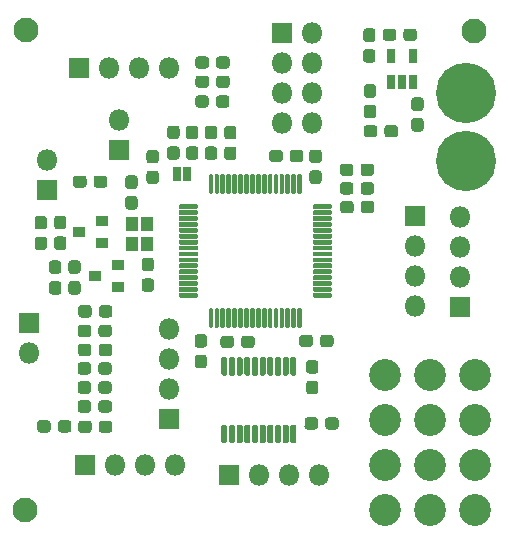
<source format=gts>
%TF.GenerationSoftware,KiCad,Pcbnew,(5.1.6-0-10_14)*%
%TF.CreationDate,2022-05-06T10:42:22-05:00*%
%TF.ProjectId,small_led_driver,736d616c-6c5f-46c6-9564-5f6472697665,rev?*%
%TF.SameCoordinates,Original*%
%TF.FileFunction,Soldermask,Top*%
%TF.FilePolarity,Negative*%
%FSLAX46Y46*%
G04 Gerber Fmt 4.6, Leading zero omitted, Abs format (unit mm)*
G04 Created by KiCad (PCBNEW (5.1.6-0-10_14)) date 2022-05-06 10:42:22*
%MOMM*%
%LPD*%
G01*
G04 APERTURE LIST*
%ADD10R,1.800000X1.800000*%
%ADD11O,1.800000X1.800000*%
%ADD12C,2.700000*%
%ADD13C,5.100000*%
%ADD14R,1.000000X0.900000*%
%ADD15R,0.750000X1.160000*%
%ADD16R,0.675000X1.240000*%
%ADD17R,1.100000X1.300000*%
%ADD18C,2.100000*%
G04 APERTURE END LIST*
%TO.C,C1*%
G36*
G01*
X95267500Y-101025000D02*
X95792500Y-101025000D01*
G75*
G02*
X96055000Y-101287500I0J-262500D01*
G01*
X96055000Y-101912500D01*
G75*
G02*
X95792500Y-102175000I-262500J0D01*
G01*
X95267500Y-102175000D01*
G75*
G02*
X95005000Y-101912500I0J262500D01*
G01*
X95005000Y-101287500D01*
G75*
G02*
X95267500Y-101025000I262500J0D01*
G01*
G37*
G36*
G01*
X95267500Y-99275000D02*
X95792500Y-99275000D01*
G75*
G02*
X96055000Y-99537500I0J-262500D01*
G01*
X96055000Y-100162500D01*
G75*
G02*
X95792500Y-100425000I-262500J0D01*
G01*
X95267500Y-100425000D01*
G75*
G02*
X95005000Y-100162500I0J262500D01*
G01*
X95005000Y-99537500D01*
G75*
G02*
X95267500Y-99275000I262500J0D01*
G01*
G37*
%TD*%
%TO.C,C2*%
G36*
G01*
X94402500Y-95200000D02*
X93877500Y-95200000D01*
G75*
G02*
X93615000Y-94937500I0J262500D01*
G01*
X93615000Y-94312500D01*
G75*
G02*
X93877500Y-94050000I262500J0D01*
G01*
X94402500Y-94050000D01*
G75*
G02*
X94665000Y-94312500I0J-262500D01*
G01*
X94665000Y-94937500D01*
G75*
G02*
X94402500Y-95200000I-262500J0D01*
G01*
G37*
G36*
G01*
X94402500Y-93450000D02*
X93877500Y-93450000D01*
G75*
G02*
X93615000Y-93187500I0J262500D01*
G01*
X93615000Y-92562500D01*
G75*
G02*
X93877500Y-92300000I262500J0D01*
G01*
X94402500Y-92300000D01*
G75*
G02*
X94665000Y-92562500I0J-262500D01*
G01*
X94665000Y-93187500D01*
G75*
G02*
X94402500Y-93450000I-262500J0D01*
G01*
G37*
%TD*%
%TO.C,C3*%
G36*
G01*
X97952500Y-90985000D02*
X97427500Y-90985000D01*
G75*
G02*
X97165000Y-90722500I0J262500D01*
G01*
X97165000Y-90097500D01*
G75*
G02*
X97427500Y-89835000I262500J0D01*
G01*
X97952500Y-89835000D01*
G75*
G02*
X98215000Y-90097500I0J-262500D01*
G01*
X98215000Y-90722500D01*
G75*
G02*
X97952500Y-90985000I-262500J0D01*
G01*
G37*
G36*
G01*
X97952500Y-89235000D02*
X97427500Y-89235000D01*
G75*
G02*
X97165000Y-88972500I0J262500D01*
G01*
X97165000Y-88347500D01*
G75*
G02*
X97427500Y-88085000I262500J0D01*
G01*
X97952500Y-88085000D01*
G75*
G02*
X98215000Y-88347500I0J-262500D01*
G01*
X98215000Y-88972500D01*
G75*
G02*
X97952500Y-89235000I-262500J0D01*
G01*
G37*
%TD*%
%TO.C,C4*%
G36*
G01*
X99542500Y-89245000D02*
X99017500Y-89245000D01*
G75*
G02*
X98755000Y-88982500I0J262500D01*
G01*
X98755000Y-88357500D01*
G75*
G02*
X99017500Y-88095000I262500J0D01*
G01*
X99542500Y-88095000D01*
G75*
G02*
X99805000Y-88357500I0J-262500D01*
G01*
X99805000Y-88982500D01*
G75*
G02*
X99542500Y-89245000I-262500J0D01*
G01*
G37*
G36*
G01*
X99542500Y-90995000D02*
X99017500Y-90995000D01*
G75*
G02*
X98755000Y-90732500I0J262500D01*
G01*
X98755000Y-90107500D01*
G75*
G02*
X99017500Y-89845000I262500J0D01*
G01*
X99542500Y-89845000D01*
G75*
G02*
X99805000Y-90107500I0J-262500D01*
G01*
X99805000Y-90732500D01*
G75*
G02*
X99542500Y-90995000I-262500J0D01*
G01*
G37*
%TD*%
%TO.C,C5*%
G36*
G01*
X109187500Y-107940000D02*
X109712500Y-107940000D01*
G75*
G02*
X109975000Y-108202500I0J-262500D01*
G01*
X109975000Y-108827500D01*
G75*
G02*
X109712500Y-109090000I-262500J0D01*
G01*
X109187500Y-109090000D01*
G75*
G02*
X108925000Y-108827500I0J262500D01*
G01*
X108925000Y-108202500D01*
G75*
G02*
X109187500Y-107940000I262500J0D01*
G01*
G37*
G36*
G01*
X109187500Y-109690000D02*
X109712500Y-109690000D01*
G75*
G02*
X109975000Y-109952500I0J-262500D01*
G01*
X109975000Y-110577500D01*
G75*
G02*
X109712500Y-110840000I-262500J0D01*
G01*
X109187500Y-110840000D01*
G75*
G02*
X108925000Y-110577500I0J262500D01*
G01*
X108925000Y-109952500D01*
G75*
G02*
X109187500Y-109690000I262500J0D01*
G01*
G37*
%TD*%
%TO.C,C6*%
G36*
G01*
X89190000Y-93102500D02*
X89190000Y-92577500D01*
G75*
G02*
X89452500Y-92315000I262500J0D01*
G01*
X90077500Y-92315000D01*
G75*
G02*
X90340000Y-92577500I0J-262500D01*
G01*
X90340000Y-93102500D01*
G75*
G02*
X90077500Y-93365000I-262500J0D01*
G01*
X89452500Y-93365000D01*
G75*
G02*
X89190000Y-93102500I0J262500D01*
G01*
G37*
G36*
G01*
X90940000Y-93102500D02*
X90940000Y-92577500D01*
G75*
G02*
X91202500Y-92315000I262500J0D01*
G01*
X91827500Y-92315000D01*
G75*
G02*
X92090000Y-92577500I0J-262500D01*
G01*
X92090000Y-93102500D01*
G75*
G02*
X91827500Y-93365000I-262500J0D01*
G01*
X91202500Y-93365000D01*
G75*
G02*
X90940000Y-93102500I0J262500D01*
G01*
G37*
%TD*%
%TO.C,C7*%
G36*
G01*
X110545000Y-113562500D02*
X110545000Y-113037500D01*
G75*
G02*
X110807500Y-112775000I262500J0D01*
G01*
X111432500Y-112775000D01*
G75*
G02*
X111695000Y-113037500I0J-262500D01*
G01*
X111695000Y-113562500D01*
G75*
G02*
X111432500Y-113825000I-262500J0D01*
G01*
X110807500Y-113825000D01*
G75*
G02*
X110545000Y-113562500I0J262500D01*
G01*
G37*
G36*
G01*
X108795000Y-113562500D02*
X108795000Y-113037500D01*
G75*
G02*
X109057500Y-112775000I262500J0D01*
G01*
X109682500Y-112775000D01*
G75*
G02*
X109945000Y-113037500I0J-262500D01*
G01*
X109945000Y-113562500D01*
G75*
G02*
X109682500Y-113825000I-262500J0D01*
G01*
X109057500Y-113825000D01*
G75*
G02*
X108795000Y-113562500I0J262500D01*
G01*
G37*
%TD*%
%TO.C,C8*%
G36*
G01*
X101142500Y-91005000D02*
X100617500Y-91005000D01*
G75*
G02*
X100355000Y-90742500I0J262500D01*
G01*
X100355000Y-90117500D01*
G75*
G02*
X100617500Y-89855000I262500J0D01*
G01*
X101142500Y-89855000D01*
G75*
G02*
X101405000Y-90117500I0J-262500D01*
G01*
X101405000Y-90742500D01*
G75*
G02*
X101142500Y-91005000I-262500J0D01*
G01*
G37*
G36*
G01*
X101142500Y-89255000D02*
X100617500Y-89255000D01*
G75*
G02*
X100355000Y-88992500I0J262500D01*
G01*
X100355000Y-88367500D01*
G75*
G02*
X100617500Y-88105000I262500J0D01*
G01*
X101142500Y-88105000D01*
G75*
G02*
X101405000Y-88367500I0J-262500D01*
G01*
X101405000Y-88992500D01*
G75*
G02*
X101142500Y-89255000I-262500J0D01*
G01*
G37*
%TD*%
%TO.C,C9*%
G36*
G01*
X103425000Y-106662500D02*
X103425000Y-106137500D01*
G75*
G02*
X103687500Y-105875000I262500J0D01*
G01*
X104312500Y-105875000D01*
G75*
G02*
X104575000Y-106137500I0J-262500D01*
G01*
X104575000Y-106662500D01*
G75*
G02*
X104312500Y-106925000I-262500J0D01*
G01*
X103687500Y-106925000D01*
G75*
G02*
X103425000Y-106662500I0J262500D01*
G01*
G37*
G36*
G01*
X101675000Y-106662500D02*
X101675000Y-106137500D01*
G75*
G02*
X101937500Y-105875000I262500J0D01*
G01*
X102562500Y-105875000D01*
G75*
G02*
X102825000Y-106137500I0J-262500D01*
G01*
X102825000Y-106662500D01*
G75*
G02*
X102562500Y-106925000I-262500J0D01*
G01*
X101937500Y-106925000D01*
G75*
G02*
X101675000Y-106662500I0J262500D01*
G01*
G37*
%TD*%
%TO.C,C10*%
G36*
G01*
X108355000Y-106582500D02*
X108355000Y-106057500D01*
G75*
G02*
X108617500Y-105795000I262500J0D01*
G01*
X109242500Y-105795000D01*
G75*
G02*
X109505000Y-106057500I0J-262500D01*
G01*
X109505000Y-106582500D01*
G75*
G02*
X109242500Y-106845000I-262500J0D01*
G01*
X108617500Y-106845000D01*
G75*
G02*
X108355000Y-106582500I0J262500D01*
G01*
G37*
G36*
G01*
X110105000Y-106582500D02*
X110105000Y-106057500D01*
G75*
G02*
X110367500Y-105795000I262500J0D01*
G01*
X110992500Y-105795000D01*
G75*
G02*
X111255000Y-106057500I0J-262500D01*
G01*
X111255000Y-106582500D01*
G75*
G02*
X110992500Y-106845000I-262500J0D01*
G01*
X110367500Y-106845000D01*
G75*
G02*
X110105000Y-106582500I0J262500D01*
G01*
G37*
%TD*%
%TO.C,C11*%
G36*
G01*
X99747500Y-107485000D02*
X100272500Y-107485000D01*
G75*
G02*
X100535000Y-107747500I0J-262500D01*
G01*
X100535000Y-108372500D01*
G75*
G02*
X100272500Y-108635000I-262500J0D01*
G01*
X99747500Y-108635000D01*
G75*
G02*
X99485000Y-108372500I0J262500D01*
G01*
X99485000Y-107747500D01*
G75*
G02*
X99747500Y-107485000I262500J0D01*
G01*
G37*
G36*
G01*
X99747500Y-105735000D02*
X100272500Y-105735000D01*
G75*
G02*
X100535000Y-105997500I0J-262500D01*
G01*
X100535000Y-106622500D01*
G75*
G02*
X100272500Y-106885000I-262500J0D01*
G01*
X99747500Y-106885000D01*
G75*
G02*
X99485000Y-106622500I0J262500D01*
G01*
X99485000Y-105997500D01*
G75*
G02*
X99747500Y-105735000I262500J0D01*
G01*
G37*
%TD*%
%TO.C,C12*%
G36*
G01*
X102772500Y-91010000D02*
X102247500Y-91010000D01*
G75*
G02*
X101985000Y-90747500I0J262500D01*
G01*
X101985000Y-90122500D01*
G75*
G02*
X102247500Y-89860000I262500J0D01*
G01*
X102772500Y-89860000D01*
G75*
G02*
X103035000Y-90122500I0J-262500D01*
G01*
X103035000Y-90747500D01*
G75*
G02*
X102772500Y-91010000I-262500J0D01*
G01*
G37*
G36*
G01*
X102772500Y-89260000D02*
X102247500Y-89260000D01*
G75*
G02*
X101985000Y-88997500I0J262500D01*
G01*
X101985000Y-88372500D01*
G75*
G02*
X102247500Y-88110000I262500J0D01*
G01*
X102772500Y-88110000D01*
G75*
G02*
X103035000Y-88372500I0J-262500D01*
G01*
X103035000Y-88997500D01*
G75*
G02*
X102772500Y-89260000I-262500J0D01*
G01*
G37*
%TD*%
%TO.C,C13*%
G36*
G01*
X117170000Y-80662500D02*
X117170000Y-80137500D01*
G75*
G02*
X117432500Y-79875000I262500J0D01*
G01*
X118057500Y-79875000D01*
G75*
G02*
X118320000Y-80137500I0J-262500D01*
G01*
X118320000Y-80662500D01*
G75*
G02*
X118057500Y-80925000I-262500J0D01*
G01*
X117432500Y-80925000D01*
G75*
G02*
X117170000Y-80662500I0J262500D01*
G01*
G37*
G36*
G01*
X115420000Y-80662500D02*
X115420000Y-80137500D01*
G75*
G02*
X115682500Y-79875000I262500J0D01*
G01*
X116307500Y-79875000D01*
G75*
G02*
X116570000Y-80137500I0J-262500D01*
G01*
X116570000Y-80662500D01*
G75*
G02*
X116307500Y-80925000I-262500J0D01*
G01*
X115682500Y-80925000D01*
G75*
G02*
X115420000Y-80662500I0J262500D01*
G01*
G37*
%TD*%
%TO.C,C14*%
G36*
G01*
X118087500Y-87445000D02*
X118612500Y-87445000D01*
G75*
G02*
X118875000Y-87707500I0J-262500D01*
G01*
X118875000Y-88332500D01*
G75*
G02*
X118612500Y-88595000I-262500J0D01*
G01*
X118087500Y-88595000D01*
G75*
G02*
X117825000Y-88332500I0J262500D01*
G01*
X117825000Y-87707500D01*
G75*
G02*
X118087500Y-87445000I262500J0D01*
G01*
G37*
G36*
G01*
X118087500Y-85695000D02*
X118612500Y-85695000D01*
G75*
G02*
X118875000Y-85957500I0J-262500D01*
G01*
X118875000Y-86582500D01*
G75*
G02*
X118612500Y-86845000I-262500J0D01*
G01*
X118087500Y-86845000D01*
G75*
G02*
X117825000Y-86582500I0J262500D01*
G01*
X117825000Y-85957500D01*
G75*
G02*
X118087500Y-85695000I262500J0D01*
G01*
G37*
%TD*%
%TO.C,C15*%
G36*
G01*
X114690000Y-93137500D02*
X114690000Y-93662500D01*
G75*
G02*
X114427500Y-93925000I-262500J0D01*
G01*
X113802500Y-93925000D01*
G75*
G02*
X113540000Y-93662500I0J262500D01*
G01*
X113540000Y-93137500D01*
G75*
G02*
X113802500Y-92875000I262500J0D01*
G01*
X114427500Y-92875000D01*
G75*
G02*
X114690000Y-93137500I0J-262500D01*
G01*
G37*
G36*
G01*
X112940000Y-93137500D02*
X112940000Y-93662500D01*
G75*
G02*
X112677500Y-93925000I-262500J0D01*
G01*
X112052500Y-93925000D01*
G75*
G02*
X111790000Y-93662500I0J262500D01*
G01*
X111790000Y-93137500D01*
G75*
G02*
X112052500Y-92875000I262500J0D01*
G01*
X112677500Y-92875000D01*
G75*
G02*
X112940000Y-93137500I0J-262500D01*
G01*
G37*
%TD*%
%TO.C,C16*%
G36*
G01*
X112940000Y-91567500D02*
X112940000Y-92092500D01*
G75*
G02*
X112677500Y-92355000I-262500J0D01*
G01*
X112052500Y-92355000D01*
G75*
G02*
X111790000Y-92092500I0J262500D01*
G01*
X111790000Y-91567500D01*
G75*
G02*
X112052500Y-91305000I262500J0D01*
G01*
X112677500Y-91305000D01*
G75*
G02*
X112940000Y-91567500I0J-262500D01*
G01*
G37*
G36*
G01*
X114690000Y-91567500D02*
X114690000Y-92092500D01*
G75*
G02*
X114427500Y-92355000I-262500J0D01*
G01*
X113802500Y-92355000D01*
G75*
G02*
X113540000Y-92092500I0J262500D01*
G01*
X113540000Y-91567500D01*
G75*
G02*
X113802500Y-91305000I262500J0D01*
G01*
X114427500Y-91305000D01*
G75*
G02*
X114690000Y-91567500I0J-262500D01*
G01*
G37*
%TD*%
%TO.C,C17*%
G36*
G01*
X114077500Y-84580000D02*
X114602500Y-84580000D01*
G75*
G02*
X114865000Y-84842500I0J-262500D01*
G01*
X114865000Y-85467500D01*
G75*
G02*
X114602500Y-85730000I-262500J0D01*
G01*
X114077500Y-85730000D01*
G75*
G02*
X113815000Y-85467500I0J262500D01*
G01*
X113815000Y-84842500D01*
G75*
G02*
X114077500Y-84580000I262500J0D01*
G01*
G37*
G36*
G01*
X114077500Y-86330000D02*
X114602500Y-86330000D01*
G75*
G02*
X114865000Y-86592500I0J-262500D01*
G01*
X114865000Y-87217500D01*
G75*
G02*
X114602500Y-87480000I-262500J0D01*
G01*
X114077500Y-87480000D01*
G75*
G02*
X113815000Y-87217500I0J262500D01*
G01*
X113815000Y-86592500D01*
G75*
G02*
X114077500Y-86330000I262500J0D01*
G01*
G37*
%TD*%
D10*
%TO.C,J1*%
X118110000Y-95770000D03*
D11*
X118110000Y-98310000D03*
X118110000Y-100850000D03*
X118110000Y-103390000D03*
%TD*%
%TO.C,J2*%
X121970000Y-95810000D03*
X121970000Y-98350000D03*
X121970000Y-100890000D03*
D10*
X121970000Y-103430000D03*
%TD*%
D11*
%TO.C,J3*%
X97309280Y-105287704D03*
X97309280Y-107827704D03*
X97309280Y-110367704D03*
D10*
X97309280Y-112907704D03*
%TD*%
D11*
%TO.C,J4*%
X97340000Y-83240000D03*
X94800000Y-83240000D03*
X92260000Y-83240000D03*
D10*
X89720000Y-83240000D03*
%TD*%
D12*
%TO.C,J5*%
X123190000Y-113030000D03*
%TD*%
%TO.C,J6*%
X123190000Y-109220000D03*
%TD*%
%TO.C,J7*%
X123190000Y-116840000D03*
%TD*%
%TO.C,J8*%
X123190000Y-120650000D03*
%TD*%
%TO.C,J9*%
X119380000Y-113030000D03*
%TD*%
%TO.C,J10*%
X119380000Y-109220000D03*
%TD*%
%TO.C,J11*%
X119380000Y-120650000D03*
%TD*%
%TO.C,J12*%
X119380000Y-116840000D03*
%TD*%
D10*
%TO.C,J13*%
X90170000Y-116840000D03*
D11*
X92710000Y-116840000D03*
X95250000Y-116840000D03*
X97790000Y-116840000D03*
%TD*%
D10*
%TO.C,J15*%
X102382351Y-117684631D03*
D11*
X104922351Y-117684631D03*
X107462351Y-117684631D03*
X110002351Y-117684631D03*
%TD*%
D13*
%TO.C,J20*%
X122490000Y-85310000D03*
%TD*%
%TO.C,J21*%
X122510000Y-91070000D03*
%TD*%
D14*
%TO.C,Q1*%
X89690000Y-97100000D03*
X91690000Y-96150000D03*
X91690000Y-98050000D03*
%TD*%
%TO.C,Q2*%
X93030000Y-101750000D03*
X93030000Y-99850000D03*
X91030000Y-100800000D03*
%TD*%
%TO.C,R1*%
G36*
G01*
X107550000Y-90922500D02*
X107550000Y-90397500D01*
G75*
G02*
X107812500Y-90135000I262500J0D01*
G01*
X108437500Y-90135000D01*
G75*
G02*
X108700000Y-90397500I0J-262500D01*
G01*
X108700000Y-90922500D01*
G75*
G02*
X108437500Y-91185000I-262500J0D01*
G01*
X107812500Y-91185000D01*
G75*
G02*
X107550000Y-90922500I0J262500D01*
G01*
G37*
G36*
G01*
X105800000Y-90922500D02*
X105800000Y-90397500D01*
G75*
G02*
X106062500Y-90135000I262500J0D01*
G01*
X106687500Y-90135000D01*
G75*
G02*
X106950000Y-90397500I0J-262500D01*
G01*
X106950000Y-90922500D01*
G75*
G02*
X106687500Y-91185000I-262500J0D01*
G01*
X106062500Y-91185000D01*
G75*
G02*
X105800000Y-90922500I0J262500D01*
G01*
G37*
%TD*%
%TO.C,R2*%
G36*
G01*
X109467500Y-90125000D02*
X109992500Y-90125000D01*
G75*
G02*
X110255000Y-90387500I0J-262500D01*
G01*
X110255000Y-91012500D01*
G75*
G02*
X109992500Y-91275000I-262500J0D01*
G01*
X109467500Y-91275000D01*
G75*
G02*
X109205000Y-91012500I0J262500D01*
G01*
X109205000Y-90387500D01*
G75*
G02*
X109467500Y-90125000I262500J0D01*
G01*
G37*
G36*
G01*
X109467500Y-91875000D02*
X109992500Y-91875000D01*
G75*
G02*
X110255000Y-92137500I0J-262500D01*
G01*
X110255000Y-92762500D01*
G75*
G02*
X109992500Y-93025000I-262500J0D01*
G01*
X109467500Y-93025000D01*
G75*
G02*
X109205000Y-92762500I0J262500D01*
G01*
X109205000Y-92137500D01*
G75*
G02*
X109467500Y-91875000I262500J0D01*
G01*
G37*
%TD*%
%TO.C,R3*%
G36*
G01*
X95677500Y-90140000D02*
X96202500Y-90140000D01*
G75*
G02*
X96465000Y-90402500I0J-262500D01*
G01*
X96465000Y-91027500D01*
G75*
G02*
X96202500Y-91290000I-262500J0D01*
G01*
X95677500Y-91290000D01*
G75*
G02*
X95415000Y-91027500I0J262500D01*
G01*
X95415000Y-90402500D01*
G75*
G02*
X95677500Y-90140000I262500J0D01*
G01*
G37*
G36*
G01*
X95677500Y-91890000D02*
X96202500Y-91890000D01*
G75*
G02*
X96465000Y-92152500I0J-262500D01*
G01*
X96465000Y-92777500D01*
G75*
G02*
X96202500Y-93040000I-262500J0D01*
G01*
X95677500Y-93040000D01*
G75*
G02*
X95415000Y-92777500I0J262500D01*
G01*
X95415000Y-92152500D01*
G75*
G02*
X95677500Y-91890000I262500J0D01*
G01*
G37*
%TD*%
%TO.C,R4*%
G36*
G01*
X112955000Y-94727500D02*
X112955000Y-95252500D01*
G75*
G02*
X112692500Y-95515000I-262500J0D01*
G01*
X112067500Y-95515000D01*
G75*
G02*
X111805000Y-95252500I0J262500D01*
G01*
X111805000Y-94727500D01*
G75*
G02*
X112067500Y-94465000I262500J0D01*
G01*
X112692500Y-94465000D01*
G75*
G02*
X112955000Y-94727500I0J-262500D01*
G01*
G37*
G36*
G01*
X114705000Y-94727500D02*
X114705000Y-95252500D01*
G75*
G02*
X114442500Y-95515000I-262500J0D01*
G01*
X113817500Y-95515000D01*
G75*
G02*
X113555000Y-95252500I0J262500D01*
G01*
X113555000Y-94727500D01*
G75*
G02*
X113817500Y-94465000I262500J0D01*
G01*
X114442500Y-94465000D01*
G75*
G02*
X114705000Y-94727500I0J-262500D01*
G01*
G37*
%TD*%
%TO.C,R5*%
G36*
G01*
X101290000Y-86312500D02*
X101290000Y-85787500D01*
G75*
G02*
X101552500Y-85525000I262500J0D01*
G01*
X102177500Y-85525000D01*
G75*
G02*
X102440000Y-85787500I0J-262500D01*
G01*
X102440000Y-86312500D01*
G75*
G02*
X102177500Y-86575000I-262500J0D01*
G01*
X101552500Y-86575000D01*
G75*
G02*
X101290000Y-86312500I0J262500D01*
G01*
G37*
G36*
G01*
X99540000Y-86312500D02*
X99540000Y-85787500D01*
G75*
G02*
X99802500Y-85525000I262500J0D01*
G01*
X100427500Y-85525000D01*
G75*
G02*
X100690000Y-85787500I0J-262500D01*
G01*
X100690000Y-86312500D01*
G75*
G02*
X100427500Y-86575000I-262500J0D01*
G01*
X99802500Y-86575000D01*
G75*
G02*
X99540000Y-86312500I0J262500D01*
G01*
G37*
%TD*%
%TO.C,R6*%
G36*
G01*
X91380000Y-104072500D02*
X91380000Y-103547500D01*
G75*
G02*
X91642500Y-103285000I262500J0D01*
G01*
X92267500Y-103285000D01*
G75*
G02*
X92530000Y-103547500I0J-262500D01*
G01*
X92530000Y-104072500D01*
G75*
G02*
X92267500Y-104335000I-262500J0D01*
G01*
X91642500Y-104335000D01*
G75*
G02*
X91380000Y-104072500I0J262500D01*
G01*
G37*
G36*
G01*
X89630000Y-104072500D02*
X89630000Y-103547500D01*
G75*
G02*
X89892500Y-103285000I262500J0D01*
G01*
X90517500Y-103285000D01*
G75*
G02*
X90780000Y-103547500I0J-262500D01*
G01*
X90780000Y-104072500D01*
G75*
G02*
X90517500Y-104335000I-262500J0D01*
G01*
X89892500Y-104335000D01*
G75*
G02*
X89630000Y-104072500I0J262500D01*
G01*
G37*
%TD*%
%TO.C,R7*%
G36*
G01*
X92500000Y-105207500D02*
X92500000Y-105732500D01*
G75*
G02*
X92237500Y-105995000I-262500J0D01*
G01*
X91612500Y-105995000D01*
G75*
G02*
X91350000Y-105732500I0J262500D01*
G01*
X91350000Y-105207500D01*
G75*
G02*
X91612500Y-104945000I262500J0D01*
G01*
X92237500Y-104945000D01*
G75*
G02*
X92500000Y-105207500I0J-262500D01*
G01*
G37*
G36*
G01*
X90750000Y-105207500D02*
X90750000Y-105732500D01*
G75*
G02*
X90487500Y-105995000I-262500J0D01*
G01*
X89862500Y-105995000D01*
G75*
G02*
X89600000Y-105732500I0J262500D01*
G01*
X89600000Y-105207500D01*
G75*
G02*
X89862500Y-104945000I262500J0D01*
G01*
X90487500Y-104945000D01*
G75*
G02*
X90750000Y-105207500I0J-262500D01*
G01*
G37*
%TD*%
%TO.C,R10*%
G36*
G01*
X114965000Y-88297500D02*
X114965000Y-88822500D01*
G75*
G02*
X114702500Y-89085000I-262500J0D01*
G01*
X114077500Y-89085000D01*
G75*
G02*
X113815000Y-88822500I0J262500D01*
G01*
X113815000Y-88297500D01*
G75*
G02*
X114077500Y-88035000I262500J0D01*
G01*
X114702500Y-88035000D01*
G75*
G02*
X114965000Y-88297500I0J-262500D01*
G01*
G37*
G36*
G01*
X116715000Y-88297500D02*
X116715000Y-88822500D01*
G75*
G02*
X116452500Y-89085000I-262500J0D01*
G01*
X115827500Y-89085000D01*
G75*
G02*
X115565000Y-88822500I0J262500D01*
G01*
X115565000Y-88297500D01*
G75*
G02*
X115827500Y-88035000I262500J0D01*
G01*
X116452500Y-88035000D01*
G75*
G02*
X116715000Y-88297500I0J-262500D01*
G01*
G37*
%TD*%
%TO.C,R11*%
G36*
G01*
X91360000Y-107342500D02*
X91360000Y-106817500D01*
G75*
G02*
X91622500Y-106555000I262500J0D01*
G01*
X92247500Y-106555000D01*
G75*
G02*
X92510000Y-106817500I0J-262500D01*
G01*
X92510000Y-107342500D01*
G75*
G02*
X92247500Y-107605000I-262500J0D01*
G01*
X91622500Y-107605000D01*
G75*
G02*
X91360000Y-107342500I0J262500D01*
G01*
G37*
G36*
G01*
X89610000Y-107342500D02*
X89610000Y-106817500D01*
G75*
G02*
X89872500Y-106555000I262500J0D01*
G01*
X90497500Y-106555000D01*
G75*
G02*
X90760000Y-106817500I0J-262500D01*
G01*
X90760000Y-107342500D01*
G75*
G02*
X90497500Y-107605000I-262500J0D01*
G01*
X89872500Y-107605000D01*
G75*
G02*
X89610000Y-107342500I0J262500D01*
G01*
G37*
%TD*%
%TO.C,R12*%
G36*
G01*
X92480000Y-108387500D02*
X92480000Y-108912500D01*
G75*
G02*
X92217500Y-109175000I-262500J0D01*
G01*
X91592500Y-109175000D01*
G75*
G02*
X91330000Y-108912500I0J262500D01*
G01*
X91330000Y-108387500D01*
G75*
G02*
X91592500Y-108125000I262500J0D01*
G01*
X92217500Y-108125000D01*
G75*
G02*
X92480000Y-108387500I0J-262500D01*
G01*
G37*
G36*
G01*
X90730000Y-108387500D02*
X90730000Y-108912500D01*
G75*
G02*
X90467500Y-109175000I-262500J0D01*
G01*
X89842500Y-109175000D01*
G75*
G02*
X89580000Y-108912500I0J262500D01*
G01*
X89580000Y-108387500D01*
G75*
G02*
X89842500Y-108125000I262500J0D01*
G01*
X90467500Y-108125000D01*
G75*
G02*
X90730000Y-108387500I0J-262500D01*
G01*
G37*
%TD*%
%TO.C,R13*%
G36*
G01*
X99555000Y-83002500D02*
X99555000Y-82477500D01*
G75*
G02*
X99817500Y-82215000I262500J0D01*
G01*
X100442500Y-82215000D01*
G75*
G02*
X100705000Y-82477500I0J-262500D01*
G01*
X100705000Y-83002500D01*
G75*
G02*
X100442500Y-83265000I-262500J0D01*
G01*
X99817500Y-83265000D01*
G75*
G02*
X99555000Y-83002500I0J262500D01*
G01*
G37*
G36*
G01*
X101305000Y-83002500D02*
X101305000Y-82477500D01*
G75*
G02*
X101567500Y-82215000I262500J0D01*
G01*
X102192500Y-82215000D01*
G75*
G02*
X102455000Y-82477500I0J-262500D01*
G01*
X102455000Y-83002500D01*
G75*
G02*
X102192500Y-83265000I-262500J0D01*
G01*
X101567500Y-83265000D01*
G75*
G02*
X101305000Y-83002500I0J262500D01*
G01*
G37*
%TD*%
%TO.C,R14*%
G36*
G01*
X89590000Y-112132500D02*
X89590000Y-111607500D01*
G75*
G02*
X89852500Y-111345000I262500J0D01*
G01*
X90477500Y-111345000D01*
G75*
G02*
X90740000Y-111607500I0J-262500D01*
G01*
X90740000Y-112132500D01*
G75*
G02*
X90477500Y-112395000I-262500J0D01*
G01*
X89852500Y-112395000D01*
G75*
G02*
X89590000Y-112132500I0J262500D01*
G01*
G37*
G36*
G01*
X91340000Y-112132500D02*
X91340000Y-111607500D01*
G75*
G02*
X91602500Y-111345000I262500J0D01*
G01*
X92227500Y-111345000D01*
G75*
G02*
X92490000Y-111607500I0J-262500D01*
G01*
X92490000Y-112132500D01*
G75*
G02*
X92227500Y-112395000I-262500J0D01*
G01*
X91602500Y-112395000D01*
G75*
G02*
X91340000Y-112132500I0J262500D01*
G01*
G37*
%TD*%
%TO.C,R15*%
G36*
G01*
X90735000Y-109997500D02*
X90735000Y-110522500D01*
G75*
G02*
X90472500Y-110785000I-262500J0D01*
G01*
X89847500Y-110785000D01*
G75*
G02*
X89585000Y-110522500I0J262500D01*
G01*
X89585000Y-109997500D01*
G75*
G02*
X89847500Y-109735000I262500J0D01*
G01*
X90472500Y-109735000D01*
G75*
G02*
X90735000Y-109997500I0J-262500D01*
G01*
G37*
G36*
G01*
X92485000Y-109997500D02*
X92485000Y-110522500D01*
G75*
G02*
X92222500Y-110785000I-262500J0D01*
G01*
X91597500Y-110785000D01*
G75*
G02*
X91335000Y-110522500I0J262500D01*
G01*
X91335000Y-109997500D01*
G75*
G02*
X91597500Y-109735000I262500J0D01*
G01*
X92222500Y-109735000D01*
G75*
G02*
X92485000Y-109997500I0J-262500D01*
G01*
G37*
%TD*%
%TO.C,R16*%
G36*
G01*
X91375000Y-113842500D02*
X91375000Y-113317500D01*
G75*
G02*
X91637500Y-113055000I262500J0D01*
G01*
X92262500Y-113055000D01*
G75*
G02*
X92525000Y-113317500I0J-262500D01*
G01*
X92525000Y-113842500D01*
G75*
G02*
X92262500Y-114105000I-262500J0D01*
G01*
X91637500Y-114105000D01*
G75*
G02*
X91375000Y-113842500I0J262500D01*
G01*
G37*
G36*
G01*
X89625000Y-113842500D02*
X89625000Y-113317500D01*
G75*
G02*
X89887500Y-113055000I262500J0D01*
G01*
X90512500Y-113055000D01*
G75*
G02*
X90775000Y-113317500I0J-262500D01*
G01*
X90775000Y-113842500D01*
G75*
G02*
X90512500Y-114105000I-262500J0D01*
G01*
X89887500Y-114105000D01*
G75*
G02*
X89625000Y-113842500I0J262500D01*
G01*
G37*
%TD*%
%TO.C,R17*%
G36*
G01*
X89060000Y-113287500D02*
X89060000Y-113812500D01*
G75*
G02*
X88797500Y-114075000I-262500J0D01*
G01*
X88172500Y-114075000D01*
G75*
G02*
X87910000Y-113812500I0J262500D01*
G01*
X87910000Y-113287500D01*
G75*
G02*
X88172500Y-113025000I262500J0D01*
G01*
X88797500Y-113025000D01*
G75*
G02*
X89060000Y-113287500I0J-262500D01*
G01*
G37*
G36*
G01*
X87310000Y-113287500D02*
X87310000Y-113812500D01*
G75*
G02*
X87047500Y-114075000I-262500J0D01*
G01*
X86422500Y-114075000D01*
G75*
G02*
X86160000Y-113812500I0J262500D01*
G01*
X86160000Y-113287500D01*
G75*
G02*
X86422500Y-113025000I262500J0D01*
G01*
X87047500Y-113025000D01*
G75*
G02*
X87310000Y-113287500I0J-262500D01*
G01*
G37*
%TD*%
%TO.C,R18*%
G36*
G01*
X86732500Y-96880000D02*
X86207500Y-96880000D01*
G75*
G02*
X85945000Y-96617500I0J262500D01*
G01*
X85945000Y-95992500D01*
G75*
G02*
X86207500Y-95730000I262500J0D01*
G01*
X86732500Y-95730000D01*
G75*
G02*
X86995000Y-95992500I0J-262500D01*
G01*
X86995000Y-96617500D01*
G75*
G02*
X86732500Y-96880000I-262500J0D01*
G01*
G37*
G36*
G01*
X86732500Y-98630000D02*
X86207500Y-98630000D01*
G75*
G02*
X85945000Y-98367500I0J262500D01*
G01*
X85945000Y-97742500D01*
G75*
G02*
X86207500Y-97480000I262500J0D01*
G01*
X86732500Y-97480000D01*
G75*
G02*
X86995000Y-97742500I0J-262500D01*
G01*
X86995000Y-98367500D01*
G75*
G02*
X86732500Y-98630000I-262500J0D01*
G01*
G37*
%TD*%
%TO.C,R19*%
G36*
G01*
X87847500Y-95720000D02*
X88372500Y-95720000D01*
G75*
G02*
X88635000Y-95982500I0J-262500D01*
G01*
X88635000Y-96607500D01*
G75*
G02*
X88372500Y-96870000I-262500J0D01*
G01*
X87847500Y-96870000D01*
G75*
G02*
X87585000Y-96607500I0J262500D01*
G01*
X87585000Y-95982500D01*
G75*
G02*
X87847500Y-95720000I262500J0D01*
G01*
G37*
G36*
G01*
X87847500Y-97470000D02*
X88372500Y-97470000D01*
G75*
G02*
X88635000Y-97732500I0J-262500D01*
G01*
X88635000Y-98357500D01*
G75*
G02*
X88372500Y-98620000I-262500J0D01*
G01*
X87847500Y-98620000D01*
G75*
G02*
X87585000Y-98357500I0J262500D01*
G01*
X87585000Y-97732500D01*
G75*
G02*
X87847500Y-97470000I262500J0D01*
G01*
G37*
%TD*%
%TO.C,R20*%
G36*
G01*
X87942500Y-100650000D02*
X87417500Y-100650000D01*
G75*
G02*
X87155000Y-100387500I0J262500D01*
G01*
X87155000Y-99762500D01*
G75*
G02*
X87417500Y-99500000I262500J0D01*
G01*
X87942500Y-99500000D01*
G75*
G02*
X88205000Y-99762500I0J-262500D01*
G01*
X88205000Y-100387500D01*
G75*
G02*
X87942500Y-100650000I-262500J0D01*
G01*
G37*
G36*
G01*
X87942500Y-102400000D02*
X87417500Y-102400000D01*
G75*
G02*
X87155000Y-102137500I0J262500D01*
G01*
X87155000Y-101512500D01*
G75*
G02*
X87417500Y-101250000I262500J0D01*
G01*
X87942500Y-101250000D01*
G75*
G02*
X88205000Y-101512500I0J-262500D01*
G01*
X88205000Y-102137500D01*
G75*
G02*
X87942500Y-102400000I-262500J0D01*
G01*
G37*
%TD*%
%TO.C,R21*%
G36*
G01*
X89057500Y-99490000D02*
X89582500Y-99490000D01*
G75*
G02*
X89845000Y-99752500I0J-262500D01*
G01*
X89845000Y-100377500D01*
G75*
G02*
X89582500Y-100640000I-262500J0D01*
G01*
X89057500Y-100640000D01*
G75*
G02*
X88795000Y-100377500I0J262500D01*
G01*
X88795000Y-99752500D01*
G75*
G02*
X89057500Y-99490000I262500J0D01*
G01*
G37*
G36*
G01*
X89057500Y-101240000D02*
X89582500Y-101240000D01*
G75*
G02*
X89845000Y-101502500I0J-262500D01*
G01*
X89845000Y-102127500D01*
G75*
G02*
X89582500Y-102390000I-262500J0D01*
G01*
X89057500Y-102390000D01*
G75*
G02*
X88795000Y-102127500I0J262500D01*
G01*
X88795000Y-101502500D01*
G75*
G02*
X89057500Y-101240000I262500J0D01*
G01*
G37*
%TD*%
D10*
%TO.C,SW1*%
X93130000Y-90120000D03*
D11*
X93130000Y-87580000D03*
%TD*%
%TO.C,U1*%
G36*
G01*
X107722352Y-107684631D02*
X107972352Y-107684631D01*
G75*
G02*
X108097352Y-107809631I0J-125000D01*
G01*
X108097352Y-109134631D01*
G75*
G02*
X107972352Y-109259631I-125000J0D01*
G01*
X107722352Y-109259631D01*
G75*
G02*
X107597352Y-109134631I0J125000D01*
G01*
X107597352Y-107809631D01*
G75*
G02*
X107722352Y-107684631I125000J0D01*
G01*
G37*
G36*
G01*
X107072352Y-107684631D02*
X107322352Y-107684631D01*
G75*
G02*
X107447352Y-107809631I0J-125000D01*
G01*
X107447352Y-109134631D01*
G75*
G02*
X107322352Y-109259631I-125000J0D01*
G01*
X107072352Y-109259631D01*
G75*
G02*
X106947352Y-109134631I0J125000D01*
G01*
X106947352Y-107809631D01*
G75*
G02*
X107072352Y-107684631I125000J0D01*
G01*
G37*
G36*
G01*
X106422352Y-107684631D02*
X106672352Y-107684631D01*
G75*
G02*
X106797352Y-107809631I0J-125000D01*
G01*
X106797352Y-109134631D01*
G75*
G02*
X106672352Y-109259631I-125000J0D01*
G01*
X106422352Y-109259631D01*
G75*
G02*
X106297352Y-109134631I0J125000D01*
G01*
X106297352Y-107809631D01*
G75*
G02*
X106422352Y-107684631I125000J0D01*
G01*
G37*
G36*
G01*
X105772352Y-107684631D02*
X106022352Y-107684631D01*
G75*
G02*
X106147352Y-107809631I0J-125000D01*
G01*
X106147352Y-109134631D01*
G75*
G02*
X106022352Y-109259631I-125000J0D01*
G01*
X105772352Y-109259631D01*
G75*
G02*
X105647352Y-109134631I0J125000D01*
G01*
X105647352Y-107809631D01*
G75*
G02*
X105772352Y-107684631I125000J0D01*
G01*
G37*
G36*
G01*
X105122352Y-107684631D02*
X105372352Y-107684631D01*
G75*
G02*
X105497352Y-107809631I0J-125000D01*
G01*
X105497352Y-109134631D01*
G75*
G02*
X105372352Y-109259631I-125000J0D01*
G01*
X105122352Y-109259631D01*
G75*
G02*
X104997352Y-109134631I0J125000D01*
G01*
X104997352Y-107809631D01*
G75*
G02*
X105122352Y-107684631I125000J0D01*
G01*
G37*
G36*
G01*
X104472352Y-107684631D02*
X104722352Y-107684631D01*
G75*
G02*
X104847352Y-107809631I0J-125000D01*
G01*
X104847352Y-109134631D01*
G75*
G02*
X104722352Y-109259631I-125000J0D01*
G01*
X104472352Y-109259631D01*
G75*
G02*
X104347352Y-109134631I0J125000D01*
G01*
X104347352Y-107809631D01*
G75*
G02*
X104472352Y-107684631I125000J0D01*
G01*
G37*
G36*
G01*
X103822352Y-107684631D02*
X104072352Y-107684631D01*
G75*
G02*
X104197352Y-107809631I0J-125000D01*
G01*
X104197352Y-109134631D01*
G75*
G02*
X104072352Y-109259631I-125000J0D01*
G01*
X103822352Y-109259631D01*
G75*
G02*
X103697352Y-109134631I0J125000D01*
G01*
X103697352Y-107809631D01*
G75*
G02*
X103822352Y-107684631I125000J0D01*
G01*
G37*
G36*
G01*
X103172352Y-107684631D02*
X103422352Y-107684631D01*
G75*
G02*
X103547352Y-107809631I0J-125000D01*
G01*
X103547352Y-109134631D01*
G75*
G02*
X103422352Y-109259631I-125000J0D01*
G01*
X103172352Y-109259631D01*
G75*
G02*
X103047352Y-109134631I0J125000D01*
G01*
X103047352Y-107809631D01*
G75*
G02*
X103172352Y-107684631I125000J0D01*
G01*
G37*
G36*
G01*
X102522352Y-107684631D02*
X102772352Y-107684631D01*
G75*
G02*
X102897352Y-107809631I0J-125000D01*
G01*
X102897352Y-109134631D01*
G75*
G02*
X102772352Y-109259631I-125000J0D01*
G01*
X102522352Y-109259631D01*
G75*
G02*
X102397352Y-109134631I0J125000D01*
G01*
X102397352Y-107809631D01*
G75*
G02*
X102522352Y-107684631I125000J0D01*
G01*
G37*
G36*
G01*
X101872352Y-107684631D02*
X102122352Y-107684631D01*
G75*
G02*
X102247352Y-107809631I0J-125000D01*
G01*
X102247352Y-109134631D01*
G75*
G02*
X102122352Y-109259631I-125000J0D01*
G01*
X101872352Y-109259631D01*
G75*
G02*
X101747352Y-109134631I0J125000D01*
G01*
X101747352Y-107809631D01*
G75*
G02*
X101872352Y-107684631I125000J0D01*
G01*
G37*
G36*
G01*
X101872352Y-113409631D02*
X102122352Y-113409631D01*
G75*
G02*
X102247352Y-113534631I0J-125000D01*
G01*
X102247352Y-114859631D01*
G75*
G02*
X102122352Y-114984631I-125000J0D01*
G01*
X101872352Y-114984631D01*
G75*
G02*
X101747352Y-114859631I0J125000D01*
G01*
X101747352Y-113534631D01*
G75*
G02*
X101872352Y-113409631I125000J0D01*
G01*
G37*
G36*
G01*
X102522352Y-113409631D02*
X102772352Y-113409631D01*
G75*
G02*
X102897352Y-113534631I0J-125000D01*
G01*
X102897352Y-114859631D01*
G75*
G02*
X102772352Y-114984631I-125000J0D01*
G01*
X102522352Y-114984631D01*
G75*
G02*
X102397352Y-114859631I0J125000D01*
G01*
X102397352Y-113534631D01*
G75*
G02*
X102522352Y-113409631I125000J0D01*
G01*
G37*
G36*
G01*
X103172352Y-113409631D02*
X103422352Y-113409631D01*
G75*
G02*
X103547352Y-113534631I0J-125000D01*
G01*
X103547352Y-114859631D01*
G75*
G02*
X103422352Y-114984631I-125000J0D01*
G01*
X103172352Y-114984631D01*
G75*
G02*
X103047352Y-114859631I0J125000D01*
G01*
X103047352Y-113534631D01*
G75*
G02*
X103172352Y-113409631I125000J0D01*
G01*
G37*
G36*
G01*
X103822352Y-113409631D02*
X104072352Y-113409631D01*
G75*
G02*
X104197352Y-113534631I0J-125000D01*
G01*
X104197352Y-114859631D01*
G75*
G02*
X104072352Y-114984631I-125000J0D01*
G01*
X103822352Y-114984631D01*
G75*
G02*
X103697352Y-114859631I0J125000D01*
G01*
X103697352Y-113534631D01*
G75*
G02*
X103822352Y-113409631I125000J0D01*
G01*
G37*
G36*
G01*
X104472352Y-113409631D02*
X104722352Y-113409631D01*
G75*
G02*
X104847352Y-113534631I0J-125000D01*
G01*
X104847352Y-114859631D01*
G75*
G02*
X104722352Y-114984631I-125000J0D01*
G01*
X104472352Y-114984631D01*
G75*
G02*
X104347352Y-114859631I0J125000D01*
G01*
X104347352Y-113534631D01*
G75*
G02*
X104472352Y-113409631I125000J0D01*
G01*
G37*
G36*
G01*
X105122352Y-113409631D02*
X105372352Y-113409631D01*
G75*
G02*
X105497352Y-113534631I0J-125000D01*
G01*
X105497352Y-114859631D01*
G75*
G02*
X105372352Y-114984631I-125000J0D01*
G01*
X105122352Y-114984631D01*
G75*
G02*
X104997352Y-114859631I0J125000D01*
G01*
X104997352Y-113534631D01*
G75*
G02*
X105122352Y-113409631I125000J0D01*
G01*
G37*
G36*
G01*
X105772352Y-113409631D02*
X106022352Y-113409631D01*
G75*
G02*
X106147352Y-113534631I0J-125000D01*
G01*
X106147352Y-114859631D01*
G75*
G02*
X106022352Y-114984631I-125000J0D01*
G01*
X105772352Y-114984631D01*
G75*
G02*
X105647352Y-114859631I0J125000D01*
G01*
X105647352Y-113534631D01*
G75*
G02*
X105772352Y-113409631I125000J0D01*
G01*
G37*
G36*
G01*
X106422352Y-113409631D02*
X106672352Y-113409631D01*
G75*
G02*
X106797352Y-113534631I0J-125000D01*
G01*
X106797352Y-114859631D01*
G75*
G02*
X106672352Y-114984631I-125000J0D01*
G01*
X106422352Y-114984631D01*
G75*
G02*
X106297352Y-114859631I0J125000D01*
G01*
X106297352Y-113534631D01*
G75*
G02*
X106422352Y-113409631I125000J0D01*
G01*
G37*
G36*
G01*
X107072352Y-113409631D02*
X107322352Y-113409631D01*
G75*
G02*
X107447352Y-113534631I0J-125000D01*
G01*
X107447352Y-114859631D01*
G75*
G02*
X107322352Y-114984631I-125000J0D01*
G01*
X107072352Y-114984631D01*
G75*
G02*
X106947352Y-114859631I0J125000D01*
G01*
X106947352Y-113534631D01*
G75*
G02*
X107072352Y-113409631I125000J0D01*
G01*
G37*
G36*
G01*
X107722352Y-113409631D02*
X107972352Y-113409631D01*
G75*
G02*
X108097352Y-113534631I0J-125000D01*
G01*
X108097352Y-114859631D01*
G75*
G02*
X107972352Y-114984631I-125000J0D01*
G01*
X107722352Y-114984631D01*
G75*
G02*
X107597352Y-114859631I0J125000D01*
G01*
X107597352Y-113534631D01*
G75*
G02*
X107722352Y-113409631I125000J0D01*
G01*
G37*
%TD*%
%TO.C,U2*%
G36*
G01*
X98130000Y-95055000D02*
X98130000Y-94855000D01*
G75*
G02*
X98230000Y-94755000I100000J0D01*
G01*
X99680000Y-94755000D01*
G75*
G02*
X99780000Y-94855000I0J-100000D01*
G01*
X99780000Y-95055000D01*
G75*
G02*
X99680000Y-95155000I-100000J0D01*
G01*
X98230000Y-95155000D01*
G75*
G02*
X98130000Y-95055000I0J100000D01*
G01*
G37*
G36*
G01*
X98130000Y-95555000D02*
X98130000Y-95355000D01*
G75*
G02*
X98230000Y-95255000I100000J0D01*
G01*
X99680000Y-95255000D01*
G75*
G02*
X99780000Y-95355000I0J-100000D01*
G01*
X99780000Y-95555000D01*
G75*
G02*
X99680000Y-95655000I-100000J0D01*
G01*
X98230000Y-95655000D01*
G75*
G02*
X98130000Y-95555000I0J100000D01*
G01*
G37*
G36*
G01*
X98130000Y-96055000D02*
X98130000Y-95855000D01*
G75*
G02*
X98230000Y-95755000I100000J0D01*
G01*
X99680000Y-95755000D01*
G75*
G02*
X99780000Y-95855000I0J-100000D01*
G01*
X99780000Y-96055000D01*
G75*
G02*
X99680000Y-96155000I-100000J0D01*
G01*
X98230000Y-96155000D01*
G75*
G02*
X98130000Y-96055000I0J100000D01*
G01*
G37*
G36*
G01*
X98130000Y-96555000D02*
X98130000Y-96355000D01*
G75*
G02*
X98230000Y-96255000I100000J0D01*
G01*
X99680000Y-96255000D01*
G75*
G02*
X99780000Y-96355000I0J-100000D01*
G01*
X99780000Y-96555000D01*
G75*
G02*
X99680000Y-96655000I-100000J0D01*
G01*
X98230000Y-96655000D01*
G75*
G02*
X98130000Y-96555000I0J100000D01*
G01*
G37*
G36*
G01*
X98130000Y-97055000D02*
X98130000Y-96855000D01*
G75*
G02*
X98230000Y-96755000I100000J0D01*
G01*
X99680000Y-96755000D01*
G75*
G02*
X99780000Y-96855000I0J-100000D01*
G01*
X99780000Y-97055000D01*
G75*
G02*
X99680000Y-97155000I-100000J0D01*
G01*
X98230000Y-97155000D01*
G75*
G02*
X98130000Y-97055000I0J100000D01*
G01*
G37*
G36*
G01*
X98130000Y-97555000D02*
X98130000Y-97355000D01*
G75*
G02*
X98230000Y-97255000I100000J0D01*
G01*
X99680000Y-97255000D01*
G75*
G02*
X99780000Y-97355000I0J-100000D01*
G01*
X99780000Y-97555000D01*
G75*
G02*
X99680000Y-97655000I-100000J0D01*
G01*
X98230000Y-97655000D01*
G75*
G02*
X98130000Y-97555000I0J100000D01*
G01*
G37*
G36*
G01*
X98130000Y-98055000D02*
X98130000Y-97855000D01*
G75*
G02*
X98230000Y-97755000I100000J0D01*
G01*
X99680000Y-97755000D01*
G75*
G02*
X99780000Y-97855000I0J-100000D01*
G01*
X99780000Y-98055000D01*
G75*
G02*
X99680000Y-98155000I-100000J0D01*
G01*
X98230000Y-98155000D01*
G75*
G02*
X98130000Y-98055000I0J100000D01*
G01*
G37*
G36*
G01*
X98130000Y-98555000D02*
X98130000Y-98355000D01*
G75*
G02*
X98230000Y-98255000I100000J0D01*
G01*
X99680000Y-98255000D01*
G75*
G02*
X99780000Y-98355000I0J-100000D01*
G01*
X99780000Y-98555000D01*
G75*
G02*
X99680000Y-98655000I-100000J0D01*
G01*
X98230000Y-98655000D01*
G75*
G02*
X98130000Y-98555000I0J100000D01*
G01*
G37*
G36*
G01*
X98130000Y-99055000D02*
X98130000Y-98855000D01*
G75*
G02*
X98230000Y-98755000I100000J0D01*
G01*
X99680000Y-98755000D01*
G75*
G02*
X99780000Y-98855000I0J-100000D01*
G01*
X99780000Y-99055000D01*
G75*
G02*
X99680000Y-99155000I-100000J0D01*
G01*
X98230000Y-99155000D01*
G75*
G02*
X98130000Y-99055000I0J100000D01*
G01*
G37*
G36*
G01*
X98130000Y-99555000D02*
X98130000Y-99355000D01*
G75*
G02*
X98230000Y-99255000I100000J0D01*
G01*
X99680000Y-99255000D01*
G75*
G02*
X99780000Y-99355000I0J-100000D01*
G01*
X99780000Y-99555000D01*
G75*
G02*
X99680000Y-99655000I-100000J0D01*
G01*
X98230000Y-99655000D01*
G75*
G02*
X98130000Y-99555000I0J100000D01*
G01*
G37*
G36*
G01*
X98130000Y-100055000D02*
X98130000Y-99855000D01*
G75*
G02*
X98230000Y-99755000I100000J0D01*
G01*
X99680000Y-99755000D01*
G75*
G02*
X99780000Y-99855000I0J-100000D01*
G01*
X99780000Y-100055000D01*
G75*
G02*
X99680000Y-100155000I-100000J0D01*
G01*
X98230000Y-100155000D01*
G75*
G02*
X98130000Y-100055000I0J100000D01*
G01*
G37*
G36*
G01*
X98130000Y-100555000D02*
X98130000Y-100355000D01*
G75*
G02*
X98230000Y-100255000I100000J0D01*
G01*
X99680000Y-100255000D01*
G75*
G02*
X99780000Y-100355000I0J-100000D01*
G01*
X99780000Y-100555000D01*
G75*
G02*
X99680000Y-100655000I-100000J0D01*
G01*
X98230000Y-100655000D01*
G75*
G02*
X98130000Y-100555000I0J100000D01*
G01*
G37*
G36*
G01*
X98130000Y-101055000D02*
X98130000Y-100855000D01*
G75*
G02*
X98230000Y-100755000I100000J0D01*
G01*
X99680000Y-100755000D01*
G75*
G02*
X99780000Y-100855000I0J-100000D01*
G01*
X99780000Y-101055000D01*
G75*
G02*
X99680000Y-101155000I-100000J0D01*
G01*
X98230000Y-101155000D01*
G75*
G02*
X98130000Y-101055000I0J100000D01*
G01*
G37*
G36*
G01*
X98130000Y-101555000D02*
X98130000Y-101355000D01*
G75*
G02*
X98230000Y-101255000I100000J0D01*
G01*
X99680000Y-101255000D01*
G75*
G02*
X99780000Y-101355000I0J-100000D01*
G01*
X99780000Y-101555000D01*
G75*
G02*
X99680000Y-101655000I-100000J0D01*
G01*
X98230000Y-101655000D01*
G75*
G02*
X98130000Y-101555000I0J100000D01*
G01*
G37*
G36*
G01*
X98130000Y-102055000D02*
X98130000Y-101855000D01*
G75*
G02*
X98230000Y-101755000I100000J0D01*
G01*
X99680000Y-101755000D01*
G75*
G02*
X99780000Y-101855000I0J-100000D01*
G01*
X99780000Y-102055000D01*
G75*
G02*
X99680000Y-102155000I-100000J0D01*
G01*
X98230000Y-102155000D01*
G75*
G02*
X98130000Y-102055000I0J100000D01*
G01*
G37*
G36*
G01*
X98130000Y-102555000D02*
X98130000Y-102355000D01*
G75*
G02*
X98230000Y-102255000I100000J0D01*
G01*
X99680000Y-102255000D01*
G75*
G02*
X99780000Y-102355000I0J-100000D01*
G01*
X99780000Y-102555000D01*
G75*
G02*
X99680000Y-102655000I-100000J0D01*
G01*
X98230000Y-102655000D01*
G75*
G02*
X98130000Y-102555000I0J100000D01*
G01*
G37*
G36*
G01*
X100680000Y-105105000D02*
X100680000Y-103655000D01*
G75*
G02*
X100780000Y-103555000I100000J0D01*
G01*
X100980000Y-103555000D01*
G75*
G02*
X101080000Y-103655000I0J-100000D01*
G01*
X101080000Y-105105000D01*
G75*
G02*
X100980000Y-105205000I-100000J0D01*
G01*
X100780000Y-105205000D01*
G75*
G02*
X100680000Y-105105000I0J100000D01*
G01*
G37*
G36*
G01*
X101180000Y-105105000D02*
X101180000Y-103655000D01*
G75*
G02*
X101280000Y-103555000I100000J0D01*
G01*
X101480000Y-103555000D01*
G75*
G02*
X101580000Y-103655000I0J-100000D01*
G01*
X101580000Y-105105000D01*
G75*
G02*
X101480000Y-105205000I-100000J0D01*
G01*
X101280000Y-105205000D01*
G75*
G02*
X101180000Y-105105000I0J100000D01*
G01*
G37*
G36*
G01*
X101680000Y-105105000D02*
X101680000Y-103655000D01*
G75*
G02*
X101780000Y-103555000I100000J0D01*
G01*
X101980000Y-103555000D01*
G75*
G02*
X102080000Y-103655000I0J-100000D01*
G01*
X102080000Y-105105000D01*
G75*
G02*
X101980000Y-105205000I-100000J0D01*
G01*
X101780000Y-105205000D01*
G75*
G02*
X101680000Y-105105000I0J100000D01*
G01*
G37*
G36*
G01*
X102180000Y-105105000D02*
X102180000Y-103655000D01*
G75*
G02*
X102280000Y-103555000I100000J0D01*
G01*
X102480000Y-103555000D01*
G75*
G02*
X102580000Y-103655000I0J-100000D01*
G01*
X102580000Y-105105000D01*
G75*
G02*
X102480000Y-105205000I-100000J0D01*
G01*
X102280000Y-105205000D01*
G75*
G02*
X102180000Y-105105000I0J100000D01*
G01*
G37*
G36*
G01*
X102680000Y-105105000D02*
X102680000Y-103655000D01*
G75*
G02*
X102780000Y-103555000I100000J0D01*
G01*
X102980000Y-103555000D01*
G75*
G02*
X103080000Y-103655000I0J-100000D01*
G01*
X103080000Y-105105000D01*
G75*
G02*
X102980000Y-105205000I-100000J0D01*
G01*
X102780000Y-105205000D01*
G75*
G02*
X102680000Y-105105000I0J100000D01*
G01*
G37*
G36*
G01*
X103180000Y-105105000D02*
X103180000Y-103655000D01*
G75*
G02*
X103280000Y-103555000I100000J0D01*
G01*
X103480000Y-103555000D01*
G75*
G02*
X103580000Y-103655000I0J-100000D01*
G01*
X103580000Y-105105000D01*
G75*
G02*
X103480000Y-105205000I-100000J0D01*
G01*
X103280000Y-105205000D01*
G75*
G02*
X103180000Y-105105000I0J100000D01*
G01*
G37*
G36*
G01*
X103680000Y-105105000D02*
X103680000Y-103655000D01*
G75*
G02*
X103780000Y-103555000I100000J0D01*
G01*
X103980000Y-103555000D01*
G75*
G02*
X104080000Y-103655000I0J-100000D01*
G01*
X104080000Y-105105000D01*
G75*
G02*
X103980000Y-105205000I-100000J0D01*
G01*
X103780000Y-105205000D01*
G75*
G02*
X103680000Y-105105000I0J100000D01*
G01*
G37*
G36*
G01*
X104180000Y-105105000D02*
X104180000Y-103655000D01*
G75*
G02*
X104280000Y-103555000I100000J0D01*
G01*
X104480000Y-103555000D01*
G75*
G02*
X104580000Y-103655000I0J-100000D01*
G01*
X104580000Y-105105000D01*
G75*
G02*
X104480000Y-105205000I-100000J0D01*
G01*
X104280000Y-105205000D01*
G75*
G02*
X104180000Y-105105000I0J100000D01*
G01*
G37*
G36*
G01*
X104680000Y-105105000D02*
X104680000Y-103655000D01*
G75*
G02*
X104780000Y-103555000I100000J0D01*
G01*
X104980000Y-103555000D01*
G75*
G02*
X105080000Y-103655000I0J-100000D01*
G01*
X105080000Y-105105000D01*
G75*
G02*
X104980000Y-105205000I-100000J0D01*
G01*
X104780000Y-105205000D01*
G75*
G02*
X104680000Y-105105000I0J100000D01*
G01*
G37*
G36*
G01*
X105180000Y-105105000D02*
X105180000Y-103655000D01*
G75*
G02*
X105280000Y-103555000I100000J0D01*
G01*
X105480000Y-103555000D01*
G75*
G02*
X105580000Y-103655000I0J-100000D01*
G01*
X105580000Y-105105000D01*
G75*
G02*
X105480000Y-105205000I-100000J0D01*
G01*
X105280000Y-105205000D01*
G75*
G02*
X105180000Y-105105000I0J100000D01*
G01*
G37*
G36*
G01*
X105680000Y-105105000D02*
X105680000Y-103655000D01*
G75*
G02*
X105780000Y-103555000I100000J0D01*
G01*
X105980000Y-103555000D01*
G75*
G02*
X106080000Y-103655000I0J-100000D01*
G01*
X106080000Y-105105000D01*
G75*
G02*
X105980000Y-105205000I-100000J0D01*
G01*
X105780000Y-105205000D01*
G75*
G02*
X105680000Y-105105000I0J100000D01*
G01*
G37*
G36*
G01*
X106180000Y-105105000D02*
X106180000Y-103655000D01*
G75*
G02*
X106280000Y-103555000I100000J0D01*
G01*
X106480000Y-103555000D01*
G75*
G02*
X106580000Y-103655000I0J-100000D01*
G01*
X106580000Y-105105000D01*
G75*
G02*
X106480000Y-105205000I-100000J0D01*
G01*
X106280000Y-105205000D01*
G75*
G02*
X106180000Y-105105000I0J100000D01*
G01*
G37*
G36*
G01*
X106680000Y-105105000D02*
X106680000Y-103655000D01*
G75*
G02*
X106780000Y-103555000I100000J0D01*
G01*
X106980000Y-103555000D01*
G75*
G02*
X107080000Y-103655000I0J-100000D01*
G01*
X107080000Y-105105000D01*
G75*
G02*
X106980000Y-105205000I-100000J0D01*
G01*
X106780000Y-105205000D01*
G75*
G02*
X106680000Y-105105000I0J100000D01*
G01*
G37*
G36*
G01*
X107180000Y-105105000D02*
X107180000Y-103655000D01*
G75*
G02*
X107280000Y-103555000I100000J0D01*
G01*
X107480000Y-103555000D01*
G75*
G02*
X107580000Y-103655000I0J-100000D01*
G01*
X107580000Y-105105000D01*
G75*
G02*
X107480000Y-105205000I-100000J0D01*
G01*
X107280000Y-105205000D01*
G75*
G02*
X107180000Y-105105000I0J100000D01*
G01*
G37*
G36*
G01*
X107680000Y-105105000D02*
X107680000Y-103655000D01*
G75*
G02*
X107780000Y-103555000I100000J0D01*
G01*
X107980000Y-103555000D01*
G75*
G02*
X108080000Y-103655000I0J-100000D01*
G01*
X108080000Y-105105000D01*
G75*
G02*
X107980000Y-105205000I-100000J0D01*
G01*
X107780000Y-105205000D01*
G75*
G02*
X107680000Y-105105000I0J100000D01*
G01*
G37*
G36*
G01*
X108180000Y-105105000D02*
X108180000Y-103655000D01*
G75*
G02*
X108280000Y-103555000I100000J0D01*
G01*
X108480000Y-103555000D01*
G75*
G02*
X108580000Y-103655000I0J-100000D01*
G01*
X108580000Y-105105000D01*
G75*
G02*
X108480000Y-105205000I-100000J0D01*
G01*
X108280000Y-105205000D01*
G75*
G02*
X108180000Y-105105000I0J100000D01*
G01*
G37*
G36*
G01*
X109480000Y-102555000D02*
X109480000Y-102355000D01*
G75*
G02*
X109580000Y-102255000I100000J0D01*
G01*
X111030000Y-102255000D01*
G75*
G02*
X111130000Y-102355000I0J-100000D01*
G01*
X111130000Y-102555000D01*
G75*
G02*
X111030000Y-102655000I-100000J0D01*
G01*
X109580000Y-102655000D01*
G75*
G02*
X109480000Y-102555000I0J100000D01*
G01*
G37*
G36*
G01*
X109480000Y-102055000D02*
X109480000Y-101855000D01*
G75*
G02*
X109580000Y-101755000I100000J0D01*
G01*
X111030000Y-101755000D01*
G75*
G02*
X111130000Y-101855000I0J-100000D01*
G01*
X111130000Y-102055000D01*
G75*
G02*
X111030000Y-102155000I-100000J0D01*
G01*
X109580000Y-102155000D01*
G75*
G02*
X109480000Y-102055000I0J100000D01*
G01*
G37*
G36*
G01*
X109480000Y-101555000D02*
X109480000Y-101355000D01*
G75*
G02*
X109580000Y-101255000I100000J0D01*
G01*
X111030000Y-101255000D01*
G75*
G02*
X111130000Y-101355000I0J-100000D01*
G01*
X111130000Y-101555000D01*
G75*
G02*
X111030000Y-101655000I-100000J0D01*
G01*
X109580000Y-101655000D01*
G75*
G02*
X109480000Y-101555000I0J100000D01*
G01*
G37*
G36*
G01*
X109480000Y-101055000D02*
X109480000Y-100855000D01*
G75*
G02*
X109580000Y-100755000I100000J0D01*
G01*
X111030000Y-100755000D01*
G75*
G02*
X111130000Y-100855000I0J-100000D01*
G01*
X111130000Y-101055000D01*
G75*
G02*
X111030000Y-101155000I-100000J0D01*
G01*
X109580000Y-101155000D01*
G75*
G02*
X109480000Y-101055000I0J100000D01*
G01*
G37*
G36*
G01*
X109480000Y-100555000D02*
X109480000Y-100355000D01*
G75*
G02*
X109580000Y-100255000I100000J0D01*
G01*
X111030000Y-100255000D01*
G75*
G02*
X111130000Y-100355000I0J-100000D01*
G01*
X111130000Y-100555000D01*
G75*
G02*
X111030000Y-100655000I-100000J0D01*
G01*
X109580000Y-100655000D01*
G75*
G02*
X109480000Y-100555000I0J100000D01*
G01*
G37*
G36*
G01*
X109480000Y-100055000D02*
X109480000Y-99855000D01*
G75*
G02*
X109580000Y-99755000I100000J0D01*
G01*
X111030000Y-99755000D01*
G75*
G02*
X111130000Y-99855000I0J-100000D01*
G01*
X111130000Y-100055000D01*
G75*
G02*
X111030000Y-100155000I-100000J0D01*
G01*
X109580000Y-100155000D01*
G75*
G02*
X109480000Y-100055000I0J100000D01*
G01*
G37*
G36*
G01*
X109480000Y-99555000D02*
X109480000Y-99355000D01*
G75*
G02*
X109580000Y-99255000I100000J0D01*
G01*
X111030000Y-99255000D01*
G75*
G02*
X111130000Y-99355000I0J-100000D01*
G01*
X111130000Y-99555000D01*
G75*
G02*
X111030000Y-99655000I-100000J0D01*
G01*
X109580000Y-99655000D01*
G75*
G02*
X109480000Y-99555000I0J100000D01*
G01*
G37*
G36*
G01*
X109480000Y-99055000D02*
X109480000Y-98855000D01*
G75*
G02*
X109580000Y-98755000I100000J0D01*
G01*
X111030000Y-98755000D01*
G75*
G02*
X111130000Y-98855000I0J-100000D01*
G01*
X111130000Y-99055000D01*
G75*
G02*
X111030000Y-99155000I-100000J0D01*
G01*
X109580000Y-99155000D01*
G75*
G02*
X109480000Y-99055000I0J100000D01*
G01*
G37*
G36*
G01*
X109480000Y-98555000D02*
X109480000Y-98355000D01*
G75*
G02*
X109580000Y-98255000I100000J0D01*
G01*
X111030000Y-98255000D01*
G75*
G02*
X111130000Y-98355000I0J-100000D01*
G01*
X111130000Y-98555000D01*
G75*
G02*
X111030000Y-98655000I-100000J0D01*
G01*
X109580000Y-98655000D01*
G75*
G02*
X109480000Y-98555000I0J100000D01*
G01*
G37*
G36*
G01*
X109480000Y-98055000D02*
X109480000Y-97855000D01*
G75*
G02*
X109580000Y-97755000I100000J0D01*
G01*
X111030000Y-97755000D01*
G75*
G02*
X111130000Y-97855000I0J-100000D01*
G01*
X111130000Y-98055000D01*
G75*
G02*
X111030000Y-98155000I-100000J0D01*
G01*
X109580000Y-98155000D01*
G75*
G02*
X109480000Y-98055000I0J100000D01*
G01*
G37*
G36*
G01*
X109480000Y-97555000D02*
X109480000Y-97355000D01*
G75*
G02*
X109580000Y-97255000I100000J0D01*
G01*
X111030000Y-97255000D01*
G75*
G02*
X111130000Y-97355000I0J-100000D01*
G01*
X111130000Y-97555000D01*
G75*
G02*
X111030000Y-97655000I-100000J0D01*
G01*
X109580000Y-97655000D01*
G75*
G02*
X109480000Y-97555000I0J100000D01*
G01*
G37*
G36*
G01*
X109480000Y-97055000D02*
X109480000Y-96855000D01*
G75*
G02*
X109580000Y-96755000I100000J0D01*
G01*
X111030000Y-96755000D01*
G75*
G02*
X111130000Y-96855000I0J-100000D01*
G01*
X111130000Y-97055000D01*
G75*
G02*
X111030000Y-97155000I-100000J0D01*
G01*
X109580000Y-97155000D01*
G75*
G02*
X109480000Y-97055000I0J100000D01*
G01*
G37*
G36*
G01*
X109480000Y-96555000D02*
X109480000Y-96355000D01*
G75*
G02*
X109580000Y-96255000I100000J0D01*
G01*
X111030000Y-96255000D01*
G75*
G02*
X111130000Y-96355000I0J-100000D01*
G01*
X111130000Y-96555000D01*
G75*
G02*
X111030000Y-96655000I-100000J0D01*
G01*
X109580000Y-96655000D01*
G75*
G02*
X109480000Y-96555000I0J100000D01*
G01*
G37*
G36*
G01*
X109480000Y-96055000D02*
X109480000Y-95855000D01*
G75*
G02*
X109580000Y-95755000I100000J0D01*
G01*
X111030000Y-95755000D01*
G75*
G02*
X111130000Y-95855000I0J-100000D01*
G01*
X111130000Y-96055000D01*
G75*
G02*
X111030000Y-96155000I-100000J0D01*
G01*
X109580000Y-96155000D01*
G75*
G02*
X109480000Y-96055000I0J100000D01*
G01*
G37*
G36*
G01*
X109480000Y-95555000D02*
X109480000Y-95355000D01*
G75*
G02*
X109580000Y-95255000I100000J0D01*
G01*
X111030000Y-95255000D01*
G75*
G02*
X111130000Y-95355000I0J-100000D01*
G01*
X111130000Y-95555000D01*
G75*
G02*
X111030000Y-95655000I-100000J0D01*
G01*
X109580000Y-95655000D01*
G75*
G02*
X109480000Y-95555000I0J100000D01*
G01*
G37*
G36*
G01*
X109480000Y-95055000D02*
X109480000Y-94855000D01*
G75*
G02*
X109580000Y-94755000I100000J0D01*
G01*
X111030000Y-94755000D01*
G75*
G02*
X111130000Y-94855000I0J-100000D01*
G01*
X111130000Y-95055000D01*
G75*
G02*
X111030000Y-95155000I-100000J0D01*
G01*
X109580000Y-95155000D01*
G75*
G02*
X109480000Y-95055000I0J100000D01*
G01*
G37*
G36*
G01*
X108180000Y-93755000D02*
X108180000Y-92305000D01*
G75*
G02*
X108280000Y-92205000I100000J0D01*
G01*
X108480000Y-92205000D01*
G75*
G02*
X108580000Y-92305000I0J-100000D01*
G01*
X108580000Y-93755000D01*
G75*
G02*
X108480000Y-93855000I-100000J0D01*
G01*
X108280000Y-93855000D01*
G75*
G02*
X108180000Y-93755000I0J100000D01*
G01*
G37*
G36*
G01*
X107680000Y-93755000D02*
X107680000Y-92305000D01*
G75*
G02*
X107780000Y-92205000I100000J0D01*
G01*
X107980000Y-92205000D01*
G75*
G02*
X108080000Y-92305000I0J-100000D01*
G01*
X108080000Y-93755000D01*
G75*
G02*
X107980000Y-93855000I-100000J0D01*
G01*
X107780000Y-93855000D01*
G75*
G02*
X107680000Y-93755000I0J100000D01*
G01*
G37*
G36*
G01*
X107180000Y-93755000D02*
X107180000Y-92305000D01*
G75*
G02*
X107280000Y-92205000I100000J0D01*
G01*
X107480000Y-92205000D01*
G75*
G02*
X107580000Y-92305000I0J-100000D01*
G01*
X107580000Y-93755000D01*
G75*
G02*
X107480000Y-93855000I-100000J0D01*
G01*
X107280000Y-93855000D01*
G75*
G02*
X107180000Y-93755000I0J100000D01*
G01*
G37*
G36*
G01*
X106680000Y-93755000D02*
X106680000Y-92305000D01*
G75*
G02*
X106780000Y-92205000I100000J0D01*
G01*
X106980000Y-92205000D01*
G75*
G02*
X107080000Y-92305000I0J-100000D01*
G01*
X107080000Y-93755000D01*
G75*
G02*
X106980000Y-93855000I-100000J0D01*
G01*
X106780000Y-93855000D01*
G75*
G02*
X106680000Y-93755000I0J100000D01*
G01*
G37*
G36*
G01*
X106180000Y-93755000D02*
X106180000Y-92305000D01*
G75*
G02*
X106280000Y-92205000I100000J0D01*
G01*
X106480000Y-92205000D01*
G75*
G02*
X106580000Y-92305000I0J-100000D01*
G01*
X106580000Y-93755000D01*
G75*
G02*
X106480000Y-93855000I-100000J0D01*
G01*
X106280000Y-93855000D01*
G75*
G02*
X106180000Y-93755000I0J100000D01*
G01*
G37*
G36*
G01*
X105680000Y-93755000D02*
X105680000Y-92305000D01*
G75*
G02*
X105780000Y-92205000I100000J0D01*
G01*
X105980000Y-92205000D01*
G75*
G02*
X106080000Y-92305000I0J-100000D01*
G01*
X106080000Y-93755000D01*
G75*
G02*
X105980000Y-93855000I-100000J0D01*
G01*
X105780000Y-93855000D01*
G75*
G02*
X105680000Y-93755000I0J100000D01*
G01*
G37*
G36*
G01*
X105180000Y-93755000D02*
X105180000Y-92305000D01*
G75*
G02*
X105280000Y-92205000I100000J0D01*
G01*
X105480000Y-92205000D01*
G75*
G02*
X105580000Y-92305000I0J-100000D01*
G01*
X105580000Y-93755000D01*
G75*
G02*
X105480000Y-93855000I-100000J0D01*
G01*
X105280000Y-93855000D01*
G75*
G02*
X105180000Y-93755000I0J100000D01*
G01*
G37*
G36*
G01*
X104680000Y-93755000D02*
X104680000Y-92305000D01*
G75*
G02*
X104780000Y-92205000I100000J0D01*
G01*
X104980000Y-92205000D01*
G75*
G02*
X105080000Y-92305000I0J-100000D01*
G01*
X105080000Y-93755000D01*
G75*
G02*
X104980000Y-93855000I-100000J0D01*
G01*
X104780000Y-93855000D01*
G75*
G02*
X104680000Y-93755000I0J100000D01*
G01*
G37*
G36*
G01*
X104180000Y-93755000D02*
X104180000Y-92305000D01*
G75*
G02*
X104280000Y-92205000I100000J0D01*
G01*
X104480000Y-92205000D01*
G75*
G02*
X104580000Y-92305000I0J-100000D01*
G01*
X104580000Y-93755000D01*
G75*
G02*
X104480000Y-93855000I-100000J0D01*
G01*
X104280000Y-93855000D01*
G75*
G02*
X104180000Y-93755000I0J100000D01*
G01*
G37*
G36*
G01*
X103680000Y-93755000D02*
X103680000Y-92305000D01*
G75*
G02*
X103780000Y-92205000I100000J0D01*
G01*
X103980000Y-92205000D01*
G75*
G02*
X104080000Y-92305000I0J-100000D01*
G01*
X104080000Y-93755000D01*
G75*
G02*
X103980000Y-93855000I-100000J0D01*
G01*
X103780000Y-93855000D01*
G75*
G02*
X103680000Y-93755000I0J100000D01*
G01*
G37*
G36*
G01*
X103180000Y-93755000D02*
X103180000Y-92305000D01*
G75*
G02*
X103280000Y-92205000I100000J0D01*
G01*
X103480000Y-92205000D01*
G75*
G02*
X103580000Y-92305000I0J-100000D01*
G01*
X103580000Y-93755000D01*
G75*
G02*
X103480000Y-93855000I-100000J0D01*
G01*
X103280000Y-93855000D01*
G75*
G02*
X103180000Y-93755000I0J100000D01*
G01*
G37*
G36*
G01*
X102680000Y-93755000D02*
X102680000Y-92305000D01*
G75*
G02*
X102780000Y-92205000I100000J0D01*
G01*
X102980000Y-92205000D01*
G75*
G02*
X103080000Y-92305000I0J-100000D01*
G01*
X103080000Y-93755000D01*
G75*
G02*
X102980000Y-93855000I-100000J0D01*
G01*
X102780000Y-93855000D01*
G75*
G02*
X102680000Y-93755000I0J100000D01*
G01*
G37*
G36*
G01*
X102180000Y-93755000D02*
X102180000Y-92305000D01*
G75*
G02*
X102280000Y-92205000I100000J0D01*
G01*
X102480000Y-92205000D01*
G75*
G02*
X102580000Y-92305000I0J-100000D01*
G01*
X102580000Y-93755000D01*
G75*
G02*
X102480000Y-93855000I-100000J0D01*
G01*
X102280000Y-93855000D01*
G75*
G02*
X102180000Y-93755000I0J100000D01*
G01*
G37*
G36*
G01*
X101680000Y-93755000D02*
X101680000Y-92305000D01*
G75*
G02*
X101780000Y-92205000I100000J0D01*
G01*
X101980000Y-92205000D01*
G75*
G02*
X102080000Y-92305000I0J-100000D01*
G01*
X102080000Y-93755000D01*
G75*
G02*
X101980000Y-93855000I-100000J0D01*
G01*
X101780000Y-93855000D01*
G75*
G02*
X101680000Y-93755000I0J100000D01*
G01*
G37*
G36*
G01*
X101180000Y-93755000D02*
X101180000Y-92305000D01*
G75*
G02*
X101280000Y-92205000I100000J0D01*
G01*
X101480000Y-92205000D01*
G75*
G02*
X101580000Y-92305000I0J-100000D01*
G01*
X101580000Y-93755000D01*
G75*
G02*
X101480000Y-93855000I-100000J0D01*
G01*
X101280000Y-93855000D01*
G75*
G02*
X101180000Y-93755000I0J100000D01*
G01*
G37*
G36*
G01*
X100680000Y-93755000D02*
X100680000Y-92305000D01*
G75*
G02*
X100780000Y-92205000I100000J0D01*
G01*
X100980000Y-92205000D01*
G75*
G02*
X101080000Y-92305000I0J-100000D01*
G01*
X101080000Y-93755000D01*
G75*
G02*
X100980000Y-93855000I-100000J0D01*
G01*
X100780000Y-93855000D01*
G75*
G02*
X100680000Y-93755000I0J100000D01*
G01*
G37*
%TD*%
D15*
%TO.C,U3*%
X116100000Y-84420000D03*
X117050000Y-84420000D03*
X118000000Y-84420000D03*
X118000000Y-82220000D03*
X116100000Y-82220000D03*
%TD*%
D12*
%TO.C,J17*%
X115570000Y-113030000D03*
%TD*%
D10*
%TO.C,J18*%
X106900000Y-80280000D03*
D11*
X109440000Y-80280000D03*
X106900000Y-82820000D03*
X109440000Y-82820000D03*
X106900000Y-85360000D03*
X109440000Y-85360000D03*
X106900000Y-87900000D03*
X109440000Y-87900000D03*
%TD*%
D12*
%TO.C,J19*%
X115570000Y-116840000D03*
%TD*%
%TO.C,J22*%
X115570000Y-109220000D03*
%TD*%
%TO.C,J23*%
X115570000Y-120650000D03*
%TD*%
%TO.C,R8*%
G36*
G01*
X114017500Y-81610000D02*
X114542500Y-81610000D01*
G75*
G02*
X114805000Y-81872500I0J-262500D01*
G01*
X114805000Y-82497500D01*
G75*
G02*
X114542500Y-82760000I-262500J0D01*
G01*
X114017500Y-82760000D01*
G75*
G02*
X113755000Y-82497500I0J262500D01*
G01*
X113755000Y-81872500D01*
G75*
G02*
X114017500Y-81610000I262500J0D01*
G01*
G37*
G36*
G01*
X114017500Y-79860000D02*
X114542500Y-79860000D01*
G75*
G02*
X114805000Y-80122500I0J-262500D01*
G01*
X114805000Y-80747500D01*
G75*
G02*
X114542500Y-81010000I-262500J0D01*
G01*
X114017500Y-81010000D01*
G75*
G02*
X113755000Y-80747500I0J262500D01*
G01*
X113755000Y-80122500D01*
G75*
G02*
X114017500Y-79860000I262500J0D01*
G01*
G37*
%TD*%
%TO.C,R9*%
G36*
G01*
X99565000Y-84632500D02*
X99565000Y-84107500D01*
G75*
G02*
X99827500Y-83845000I262500J0D01*
G01*
X100452500Y-83845000D01*
G75*
G02*
X100715000Y-84107500I0J-262500D01*
G01*
X100715000Y-84632500D01*
G75*
G02*
X100452500Y-84895000I-262500J0D01*
G01*
X99827500Y-84895000D01*
G75*
G02*
X99565000Y-84632500I0J262500D01*
G01*
G37*
G36*
G01*
X101315000Y-84632500D02*
X101315000Y-84107500D01*
G75*
G02*
X101577500Y-83845000I262500J0D01*
G01*
X102202500Y-83845000D01*
G75*
G02*
X102465000Y-84107500I0J-262500D01*
G01*
X102465000Y-84632500D01*
G75*
G02*
X102202500Y-84895000I-262500J0D01*
G01*
X101577500Y-84895000D01*
G75*
G02*
X101315000Y-84632500I0J262500D01*
G01*
G37*
%TD*%
D16*
%TO.C,Y2*%
X98017500Y-92170000D03*
X98842500Y-92170000D03*
%TD*%
D17*
%TO.C,Y1*%
X95480000Y-98090000D03*
X95480000Y-96390000D03*
X94180000Y-96390000D03*
X94180000Y-98090000D03*
%TD*%
D11*
%TO.C,J14*%
X86960000Y-90990000D03*
D10*
X86960000Y-93530000D03*
%TD*%
%TO.C,J16*%
X85507846Y-104830192D03*
D11*
X85507846Y-107370192D03*
%TD*%
D18*
%TO.C,H1*%
X123130000Y-80040000D03*
%TD*%
%TO.C,H2*%
X85090000Y-120650000D03*
%TD*%
%TO.C,H3*%
X85210000Y-80010000D03*
%TD*%
M02*

</source>
